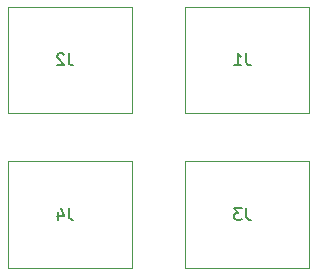
<source format=gbr>
%TF.GenerationSoftware,KiCad,Pcbnew,(6.0.2)*%
%TF.CreationDate,2022-04-19T11:47:42+01:00*%
%TF.ProjectId,1u-mult,31752d6d-756c-4742-9e6b-696361645f70,rev?*%
%TF.SameCoordinates,Original*%
%TF.FileFunction,Legend,Bot*%
%TF.FilePolarity,Positive*%
%FSLAX46Y46*%
G04 Gerber Fmt 4.6, Leading zero omitted, Abs format (unit mm)*
G04 Created by KiCad (PCBNEW (6.0.2)) date 2022-04-19 11:47:42*
%MOMM*%
%LPD*%
G01*
G04 APERTURE LIST*
%ADD10C,0.150000*%
%ADD11C,0.120000*%
G04 APERTURE END LIST*
D10*
%TO.C,J4*%
X6633333Y-17252380D02*
X6633333Y-17966666D01*
X6680952Y-18109523D01*
X6776190Y-18204761D01*
X6919047Y-18252380D01*
X7014285Y-18252380D01*
X5728571Y-17585714D02*
X5728571Y-18252380D01*
X5966666Y-17204761D02*
X6204761Y-17919047D01*
X5585714Y-17919047D01*
%TO.C,J3*%
X21633333Y-17252380D02*
X21633333Y-17966666D01*
X21680952Y-18109523D01*
X21776190Y-18204761D01*
X21919047Y-18252380D01*
X22014285Y-18252380D01*
X21252380Y-17252380D02*
X20633333Y-17252380D01*
X20966666Y-17633333D01*
X20823809Y-17633333D01*
X20728571Y-17680952D01*
X20680952Y-17728571D01*
X20633333Y-17823809D01*
X20633333Y-18061904D01*
X20680952Y-18157142D01*
X20728571Y-18204761D01*
X20823809Y-18252380D01*
X21109523Y-18252380D01*
X21204761Y-18204761D01*
X21252380Y-18157142D01*
%TO.C,J2*%
X6633333Y-4152380D02*
X6633333Y-4866666D01*
X6680952Y-5009523D01*
X6776190Y-5104761D01*
X6919047Y-5152380D01*
X7014285Y-5152380D01*
X6204761Y-4247619D02*
X6157142Y-4200000D01*
X6061904Y-4152380D01*
X5823809Y-4152380D01*
X5728571Y-4200000D01*
X5680952Y-4247619D01*
X5633333Y-4342857D01*
X5633333Y-4438095D01*
X5680952Y-4580952D01*
X6252380Y-5152380D01*
X5633333Y-5152380D01*
%TO.C,J1*%
X21633333Y-4152380D02*
X21633333Y-4866666D01*
X21680952Y-5009523D01*
X21776190Y-5104761D01*
X21919047Y-5152380D01*
X22014285Y-5152380D01*
X20633333Y-5152380D02*
X21204761Y-5152380D01*
X20919047Y-5152380D02*
X20919047Y-4152380D01*
X21014285Y-4295238D01*
X21109523Y-4390476D01*
X21204761Y-4438095D01*
D11*
%TO.C,J4*%
X12000000Y-22300000D02*
X1500000Y-22300000D01*
X1500000Y-22300000D02*
X1500000Y-13300000D01*
X1500000Y-13300000D02*
X12000000Y-13300000D01*
X12000000Y-13300000D02*
X12000000Y-22300000D01*
%TO.C,J3*%
X27000000Y-22300000D02*
X16500000Y-22300000D01*
X16500000Y-22300000D02*
X16500000Y-13300000D01*
X16500000Y-13300000D02*
X27000000Y-13300000D01*
X27000000Y-13300000D02*
X27000000Y-22300000D01*
%TO.C,J2*%
X12000000Y-9200000D02*
X1500000Y-9200000D01*
X1500000Y-9200000D02*
X1500000Y-200000D01*
X1500000Y-200000D02*
X12000000Y-200000D01*
X12000000Y-200000D02*
X12000000Y-9200000D01*
%TO.C,J1*%
X27000000Y-9200000D02*
X16500000Y-9200000D01*
X16500000Y-9200000D02*
X16500000Y-200000D01*
X16500000Y-200000D02*
X27000000Y-200000D01*
X27000000Y-200000D02*
X27000000Y-9200000D01*
%TD*%
M02*

</source>
